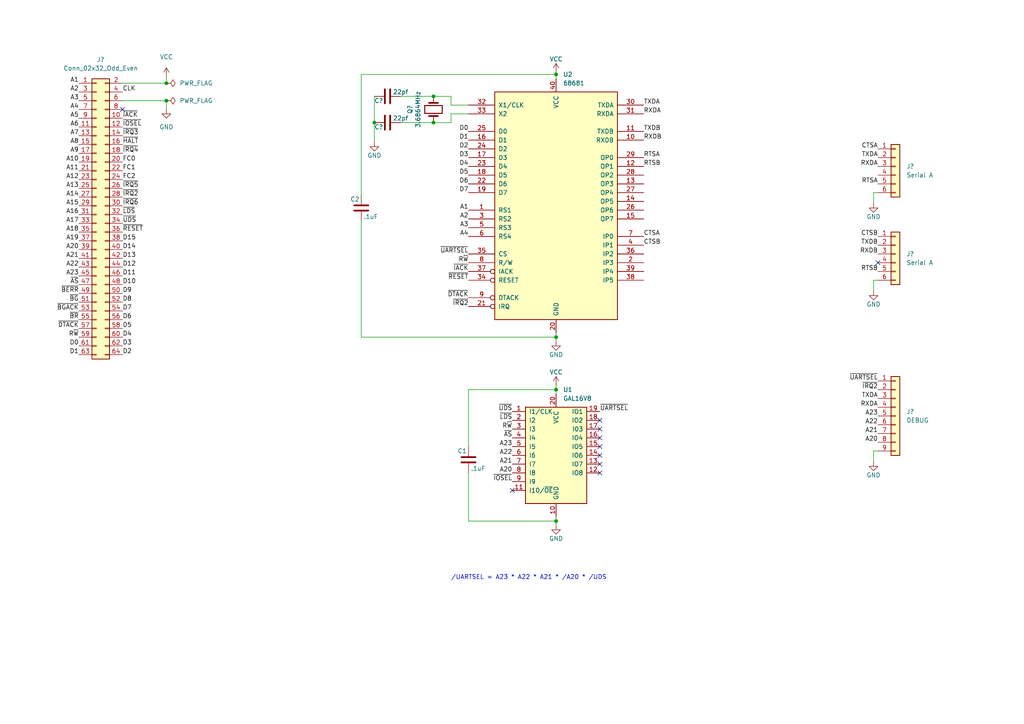
<source format=kicad_sch>
(kicad_sch (version 20211123) (generator eeschema)
  (paper "A4")
  (lib_symbols
    (symbol "Connector_Generic:Conn_01x06" (pin_names (offset 1.016) hide)
      (property "Reference" "J" (at 0 7.62 0))
      (property "Value" "Conn_01x06" (at 0 -10.16 0))
      (symbol "Conn_01x06_1_1"
        (rectangle (start -1.27 -7.493) (end 0 -7.747) (stroke (width 0.1524)))
        (rectangle (start -1.27 -4.953) (end 0 -5.207) (stroke (width 0.1524)))
        (rectangle (start -1.27 -2.413) (end 0 -2.667) (stroke (width 0.1524)))
        (rectangle (start -1.27 0.127) (end 0 -0.127) (stroke (width 0.1524)))
        (rectangle (start -1.27 2.667) (end 0 2.413) (stroke (width 0.1524)))
        (rectangle (start -1.27 5.207) (end 0 4.953) (stroke (width 0.1524)))
        (rectangle (start -1.27 6.35) (end 1.27 -8.89) (stroke (width 0.254)) (fill (type background)))
        (pin passive line (at -5.08 5.08 0) (length 3.81) (name "Pin_1") (number "1"))
        (pin passive line (at -5.08 2.54 0) (length 3.81) (name "Pin_2") (number "2"))
        (pin passive line (at -5.08 0 0) (length 3.81) (name "Pin_3") (number "3"))
        (pin passive line (at -5.08 -2.54 0) (length 3.81) (name "Pin_4") (number "4"))
        (pin passive line (at -5.08 -5.08 0) (length 3.81) (name "Pin_5") (number "5"))
        (pin passive line (at -5.08 -7.62 0) (length 3.81) (name "Pin_6") (number "6"))
      )
    )
    (symbol "Connector_Generic:Conn_01x09" (pin_names (offset 1.016) hide)
      (property "Reference" "J" (at 0 12.7 0))
      (property "Value" "Conn_01x09" (at 0 -12.7 0))
      (symbol "Conn_01x09_1_1"
        (rectangle (start -1.27 -10.033) (end 0 -10.287) (stroke (width 0.1524)))
        (rectangle (start -1.27 -7.493) (end 0 -7.747) (stroke (width 0.1524)))
        (rectangle (start -1.27 -4.953) (end 0 -5.207) (stroke (width 0.1524)))
        (rectangle (start -1.27 -2.413) (end 0 -2.667) (stroke (width 0.1524)))
        (rectangle (start -1.27 0.127) (end 0 -0.127) (stroke (width 0.1524)))
        (rectangle (start -1.27 2.667) (end 0 2.413) (stroke (width 0.1524)))
        (rectangle (start -1.27 5.207) (end 0 4.953) (stroke (width 0.1524)))
        (rectangle (start -1.27 7.747) (end 0 7.493) (stroke (width 0.1524)))
        (rectangle (start -1.27 10.287) (end 0 10.033) (stroke (width 0.1524)))
        (rectangle (start -1.27 11.43) (end 1.27 -11.43) (stroke (width 0.254)) (fill (type background)))
        (pin passive line (at -5.08 10.16 0) (length 3.81) (name "Pin_1") (number "1"))
        (pin passive line (at -5.08 7.62 0) (length 3.81) (name "Pin_2") (number "2"))
        (pin passive line (at -5.08 5.08 0) (length 3.81) (name "Pin_3") (number "3"))
        (pin passive line (at -5.08 2.54 0) (length 3.81) (name "Pin_4") (number "4"))
        (pin passive line (at -5.08 0 0) (length 3.81) (name "Pin_5") (number "5"))
        (pin passive line (at -5.08 -2.54 0) (length 3.81) (name "Pin_6") (number "6"))
        (pin passive line (at -5.08 -5.08 0) (length 3.81) (name "Pin_7") (number "7"))
        (pin passive line (at -5.08 -7.62 0) (length 3.81) (name "Pin_8") (number "8"))
        (pin passive line (at -5.08 -10.16 0) (length 3.81) (name "Pin_9") (number "9"))
      )
    )
    (symbol "Connector_Generic:Conn_02x32_Odd_Even" (pin_names (offset 1.016) hide)
      (property "Reference" "J" (at 1.27 40.64 0))
      (property "Value" "Conn_02x32_Odd_Even" (at 1.27 -43.18 0))
      (symbol "Conn_02x32_Odd_Even_1_1"
        (rectangle (start -1.27 -40.513) (end 0 -40.767) (stroke (width 0.1524)))
        (rectangle (start -1.27 -37.973) (end 0 -38.227) (stroke (width 0.1524)))
        (rectangle (start -1.27 -35.433) (end 0 -35.687) (stroke (width 0.1524)))
        (rectangle (start -1.27 -32.893) (end 0 -33.147) (stroke (width 0.1524)))
        (rectangle (start -1.27 -30.353) (end 0 -30.607) (stroke (width 0.1524)))
        (rectangle (start -1.27 -27.813) (end 0 -28.067) (stroke (width 0.1524)))
        (rectangle (start -1.27 -25.273) (end 0 -25.527) (stroke (width 0.1524)))
        (rectangle (start -1.27 -22.733) (end 0 -22.987) (stroke (width 0.1524)))
        (rectangle (start -1.27 -20.193) (end 0 -20.447) (stroke (width 0.1524)))
        (rectangle (start -1.27 -17.653) (end 0 -17.907) (stroke (width 0.1524)))
        (rectangle (start -1.27 -15.113) (end 0 -15.367) (stroke (width 0.1524)))
        (rectangle (start -1.27 -12.573) (end 0 -12.827) (stroke (width 0.1524)))
        (rectangle (start -1.27 -10.033) (end 0 -10.287) (stroke (width 0.1524)))
        (rectangle (start -1.27 -7.493) (end 0 -7.747) (stroke (width 0.1524)))
        (rectangle (start -1.27 -4.953) (end 0 -5.207) (stroke (width 0.1524)))
        (rectangle (start -1.27 -2.413) (end 0 -2.667) (stroke (width 0.1524)))
        (rectangle (start -1.27 0.127) (end 0 -0.127) (stroke (width 0.1524)))
        (rectangle (start -1.27 2.667) (end 0 2.413) (stroke (width 0.1524)))
        (rectangle (start -1.27 5.207) (end 0 4.953) (stroke (width 0.1524)))
        (rectangle (start -1.27 7.747) (end 0 7.493) (stroke (width 0.1524)))
        (rectangle (start -1.27 10.287) (end 0 10.033) (stroke (width 0.1524)))
        (rectangle (start -1.27 12.827) (end 0 12.573) (stroke (width 0.1524)))
        (rectangle (start -1.27 15.367) (end 0 15.113) (stroke (width 0.1524)))
        (rectangle (start -1.27 17.907) (end 0 17.653) (stroke (width 0.1524)))
        (rectangle (start -1.27 20.447) (end 0 20.193) (stroke (width 0.1524)))
        (rectangle (start -1.27 22.987) (end 0 22.733) (stroke (width 0.1524)))
        (rectangle (start -1.27 25.527) (end 0 25.273) (stroke (width 0.1524)))
        (rectangle (start -1.27 28.067) (end 0 27.813) (stroke (width 0.1524)))
        (rectangle (start -1.27 30.607) (end 0 30.353) (stroke (width 0.1524)))
        (rectangle (start -1.27 33.147) (end 0 32.893) (stroke (width 0.1524)))
        (rectangle (start -1.27 35.687) (end 0 35.433) (stroke (width 0.1524)))
        (rectangle (start -1.27 38.227) (end 0 37.973) (stroke (width 0.1524)))
        (rectangle (start -1.27 39.37) (end 3.81 -41.91) (stroke (width 0.254)) (fill (type background)))
        (rectangle (start 3.81 -40.513) (end 2.54 -40.767) (stroke (width 0.1524)))
        (rectangle (start 3.81 -37.973) (end 2.54 -38.227) (stroke (width 0.1524)))
        (rectangle (start 3.81 -35.433) (end 2.54 -35.687) (stroke (width 0.1524)))
        (rectangle (start 3.81 -32.893) (end 2.54 -33.147) (stroke (width 0.1524)))
        (rectangle (start 3.81 -30.353) (end 2.54 -30.607) (stroke (width 0.1524)))
        (rectangle (start 3.81 -27.813) (end 2.54 -28.067) (stroke (width 0.1524)))
        (rectangle (start 3.81 -25.273) (end 2.54 -25.527) (stroke (width 0.1524)))
        (rectangle (start 3.81 -22.733) (end 2.54 -22.987) (stroke (width 0.1524)))
        (rectangle (start 3.81 -20.193) (end 2.54 -20.447) (stroke (width 0.1524)))
        (rectangle (start 3.81 -17.653) (end 2.54 -17.907) (stroke (width 0.1524)))
        (rectangle (start 3.81 -15.113) (end 2.54 -15.367) (stroke (width 0.1524)))
        (rectangle (start 3.81 -12.573) (end 2.54 -12.827) (stroke (width 0.1524)))
        (rectangle (start 3.81 -10.033) (end 2.54 -10.287) (stroke (width 0.1524)))
        (rectangle (start 3.81 -7.493) (end 2.54 -7.747) (stroke (width 0.1524)))
        (rectangle (start 3.81 -4.953) (end 2.54 -5.207) (stroke (width 0.1524)))
        (rectangle (start 3.81 -2.413) (end 2.54 -2.667) (stroke (width 0.1524)))
        (rectangle (start 3.81 0.127) (end 2.54 -0.127) (stroke (width 0.1524)))
        (rectangle (start 3.81 2.667) (end 2.54 2.413) (stroke (width 0.1524)))
        (rectangle (start 3.81 5.207) (end 2.54 4.953) (stroke (width 0.1524)))
        (rectangle (start 3.81 7.747) (end 2.54 7.493) (stroke (width 0.1524)))
        (rectangle (start 3.81 10.287) (end 2.54 10.033) (stroke (width 0.1524)))
        (rectangle (start 3.81 12.827) (end 2.54 12.573) (stroke (width 0.1524)))
        (rectangle (start 3.81 15.367) (end 2.54 15.113) (stroke (width 0.1524)))
        (rectangle (start 3.81 17.907) (end 2.54 17.653) (stroke (width 0.1524)))
        (rectangle (start 3.81 20.447) (end 2.54 20.193) (stroke (width 0.1524)))
        (rectangle (start 3.81 22.987) (end 2.54 22.733) (stroke (width 0.1524)))
        (rectangle (start 3.81 25.527) (end 2.54 25.273) (stroke (width 0.1524)))
        (rectangle (start 3.81 28.067) (end 2.54 27.813) (stroke (width 0.1524)))
        (rectangle (start 3.81 30.607) (end 2.54 30.353) (stroke (width 0.1524)))
        (rectangle (start 3.81 33.147) (end 2.54 32.893) (stroke (width 0.1524)))
        (rectangle (start 3.81 35.687) (end 2.54 35.433) (stroke (width 0.1524)))
        (rectangle (start 3.81 38.227) (end 2.54 37.973) (stroke (width 0.1524)))
        (pin passive line (at -5.08 38.1 0) (length 3.81) (name "Pin_1") (number "1"))
        (pin passive line (at 7.62 27.94 180) (length 3.81) (name "Pin_10") (number "10"))
        (pin passive line (at -5.08 25.4 0) (length 3.81) (name "Pin_11") (number "11"))
        (pin passive line (at 7.62 25.4 180) (length 3.81) (name "Pin_12") (number "12"))
        (pin passive line (at -5.08 22.86 0) (length 3.81) (name "Pin_13") (number "13"))
        (pin passive line (at 7.62 22.86 180) (length 3.81) (name "Pin_14") (number "14"))
        (pin passive line (at -5.08 20.32 0) (length 3.81) (name "Pin_15") (number "15"))
        (pin passive line (at 7.62 20.32 180) (length 3.81) (name "Pin_16") (number "16"))
        (pin passive line (at -5.08 17.78 0) (length 3.81) (name "Pin_17") (number "17"))
        (pin passive line (at 7.62 17.78 180) (length 3.81) (name "Pin_18") (number "18"))
        (pin passive line (at -5.08 15.24 0) (length 3.81) (name "Pin_19") (number "19"))
        (pin passive line (at 7.62 38.1 180) (length 3.81) (name "Pin_2") (number "2"))
        (pin passive line (at 7.62 15.24 180) (length 3.81) (name "Pin_20") (number "20"))
        (pin passive line (at -5.08 12.7 0) (length 3.81) (name "Pin_21") (number "21"))
        (pin passive line (at 7.62 12.7 180) (length 3.81) (name "Pin_22") (number "22"))
        (pin passive line (at -5.08 10.16 0) (length 3.81) (name "Pin_23") (number "23"))
        (pin passive line (at 7.62 10.16 180) (length 3.81) (name "Pin_24") (number "24"))
        (pin passive line (at -5.08 7.62 0) (length 3.81) (name "Pin_25") (number "25"))
        (pin passive line (at 7.62 7.62 180) (length 3.81) (name "Pin_26") (number "26"))
        (pin passive line (at -5.08 5.08 0) (length 3.81) (name "Pin_27") (number "27"))
        (pin passive line (at 7.62 5.08 180) (length 3.81) (name "Pin_28") (number "28"))
        (pin passive line (at -5.08 2.54 0) (length 3.81) (name "Pin_29") (number "29"))
        (pin passive line (at -5.08 35.56 0) (length 3.81) (name "Pin_3") (number "3"))
        (pin passive line (at 7.62 2.54 180) (length 3.81) (name "Pin_30") (number "30"))
        (pin passive line (at -5.08 0 0) (length 3.81) (name "Pin_31") (number "31"))
        (pin passive line (at 7.62 0 180) (length 3.81) (name "Pin_32") (number "32"))
        (pin passive line (at -5.08 -2.54 0) (length 3.81) (name "Pin_33") (number "33"))
        (pin passive line (at 7.62 -2.54 180) (length 3.81) (name "Pin_34") (number "34"))
        (pin passive line (at -5.08 -5.08 0) (length 3.81) (name "Pin_35") (number "35"))
        (pin passive line (at 7.62 -5.08 180) (length 3.81) (name "Pin_36") (number "36"))
        (pin passive line (at -5.08 -7.62 0) (length 3.81) (name "Pin_37") (number "37"))
        (pin passive line (at 7.62 -7.62 180) (length 3.81) (name "Pin_38") (number "38"))
        (pin passive line (at -5.08 -10.16 0) (length 3.81) (name "Pin_39") (number "39"))
        (pin passive line (at 7.62 35.56 180) (length 3.81) (name "Pin_4") (number "4"))
        (pin passive line (at 7.62 -10.16 180) (length 3.81) (name "Pin_40") (number "40"))
        (pin passive line (at -5.08 -12.7 0) (length 3.81) (name "Pin_41") (number "41"))
        (pin passive line (at 7.62 -12.7 180) (length 3.81) (name "Pin_42") (number "42"))
        (pin passive line (at -5.08 -15.24 0) (length 3.81) (name "Pin_43") (number "43"))
        (pin passive line (at 7.62 -15.24 180) (length 3.81) (name "Pin_44") (number "44"))
        (pin passive line (at -5.08 -17.78 0) (length 3.81) (name "Pin_45") (number "45"))
        (pin passive line (at 7.62 -17.78 180) (length 3.81) (name "Pin_46") (number "46"))
        (pin passive line (at -5.08 -20.32 0) (length 3.81) (name "Pin_47") (number "47"))
        (pin passive line (at 7.62 -20.32 180) (length 3.81) (name "Pin_48") (number "48"))
        (pin passive line (at -5.08 -22.86 0) (length 3.81) (name "Pin_49") (number "49"))
        (pin passive line (at -5.08 33.02 0) (length 3.81) (name "Pin_5") (number "5"))
        (pin passive line (at 7.62 -22.86 180) (length 3.81) (name "Pin_50") (number "50"))
        (pin passive line (at -5.08 -25.4 0) (length 3.81) (name "Pin_51") (number "51"))
        (pin passive line (at 7.62 -25.4 180) (length 3.81) (name "Pin_52") (number "52"))
        (pin passive line (at -5.08 -27.94 0) (length 3.81) (name "Pin_53") (number "53"))
        (pin passive line (at 7.62 -27.94 180) (length 3.81) (name "Pin_54") (number "54"))
        (pin passive line (at -5.08 -30.48 0) (length 3.81) (name "Pin_55") (number "55"))
        (pin passive line (at 7.62 -30.48 180) (length 3.81) (name "Pin_56") (number "56"))
        (pin passive line (at -5.08 -33.02 0) (length 3.81) (name "Pin_57") (number "57"))
        (pin passive line (at 7.62 -33.02 180) (length 3.81) (name "Pin_58") (number "58"))
        (pin passive line (at -5.08 -35.56 0) (length 3.81) (name "Pin_59") (number "59"))
        (pin passive line (at 7.62 33.02 180) (length 3.81) (name "Pin_6") (number "6"))
        (pin passive line (at 7.62 -35.56 180) (length 3.81) (name "Pin_60") (number "60"))
        (pin passive line (at -5.08 -38.1 0) (length 3.81) (name "Pin_61") (number "61"))
        (pin passive line (at 7.62 -38.1 180) (length 3.81) (name "Pin_62") (number "62"))
        (pin passive line (at -5.08 -40.64 0) (length 3.81) (name "Pin_63") (number "63"))
        (pin passive line (at 7.62 -40.64 180) (length 3.81) (name "Pin_64") (number "64"))
        (pin passive line (at -5.08 30.48 0) (length 3.81) (name "Pin_7") (number "7"))
        (pin passive line (at 7.62 30.48 180) (length 3.81) (name "Pin_8") (number "8"))
        (pin passive line (at -5.08 27.94 0) (length 3.81) (name "Pin_9") (number "9"))
      )
    )
    (symbol "Device:C" (pin_numbers hide) (pin_names (offset 0.254))
      (property "Reference" "C" (at 0.635 2.54 0))
      (property "Value" "C" (at 0.635 -2.54 0))
      (symbol "C_0_1"
        (polyline (pts (xy -2.032 -0.762) (xy 2.032 -0.762)) (stroke (width 0.508)))
        (polyline (pts (xy -2.032 0.762) (xy 2.032 0.762)) (stroke (width 0.508)))
      )
      (symbol "C_1_1"
        (pin passive line (at 0 3.81 270) (length 2.794) (name "~") (number "1"))
        (pin passive line (at 0 -3.81 90) (length 2.794) (name "~") (number "2"))
      )
    )
    (symbol "Device:Crystal" (pin_numbers hide) (pin_names (offset 1.016) hide)
      (property "Reference" "Y" (at 0 3.81 0))
      (property "Value" "Crystal" (at 0 -3.81 0))
      (symbol "Crystal_0_1"
        (rectangle (start -1.143 2.54) (end 1.143 -2.54) (stroke (width 0.3048)))
        (polyline (pts (xy -2.54 0) (xy -1.905 0)))
        (polyline (pts (xy -1.905 -1.27) (xy -1.905 1.27)) (stroke (width 0.508)))
        (polyline (pts (xy 1.905 -1.27) (xy 1.905 1.27)) (stroke (width 0.508)))
        (polyline (pts (xy 2.54 0) (xy 1.905 0)))
      )
      (symbol "Crystal_1_1"
        (pin passive line (at -3.81 0 0) (length 1.27) (name "1") (number "1"))
        (pin passive line (at 3.81 0 180) (length 1.27) (name "2") (number "2"))
      )
    )
    (symbol "Interface:68681" (pin_names (offset 1.016))
      (property "Reference" "U" (at 0 3.81 0))
      (property "Value" "68681" (at 0 -2.54 0))
      (symbol "68681_0_1"
        (rectangle (start -17.78 -31.75) (end 17.78 34.29) (stroke (width 0.254)) (fill (type background)))
      )
      (symbol "68681_1_1"
        (pin input line (at -25.4 0 0) (length 7.62) (name "RS1") (number "1"))
        (pin input line (at 25.4 20.32 180) (length 7.62) (name "RXDB") (number "10"))
        (pin output line (at 25.4 22.86 180) (length 7.62) (name "TXDB") (number "11"))
        (pin output line (at 25.4 12.7 180) (length 7.62) (name "OP1") (number "12"))
        (pin output line (at 25.4 7.62 180) (length 7.62) (name "OP3") (number "13"))
        (pin output line (at 25.4 2.54 180) (length 7.62) (name "OP5") (number "14"))
        (pin output line (at 25.4 -2.54 180) (length 7.62) (name "OP7") (number "15"))
        (pin tri_state line (at -25.4 20.32 0) (length 7.62) (name "D1") (number "16"))
        (pin tri_state line (at -25.4 15.24 0) (length 7.62) (name "D3") (number "17"))
        (pin tri_state line (at -25.4 10.16 0) (length 7.62) (name "D5") (number "18"))
        (pin tri_state line (at -25.4 5.08 0) (length 7.62) (name "D7") (number "19"))
        (pin input line (at 25.4 -15.24 180) (length 7.62) (name "IP3") (number "2"))
        (pin power_in line (at 0 -35.56 90) (length 3.81) (name "GND") (number "20"))
        (pin output inverted (at -25.4 -27.94 0) (length 7.62) (name "IRQ") (number "21"))
        (pin tri_state line (at -25.4 7.62 0) (length 7.62) (name "D6") (number "22"))
        (pin tri_state line (at -25.4 12.7 0) (length 7.62) (name "D4") (number "23"))
        (pin tri_state line (at -25.4 17.78 0) (length 7.62) (name "D2") (number "24"))
        (pin tri_state line (at -25.4 22.86 0) (length 7.62) (name "D0") (number "25"))
        (pin output line (at 25.4 0 180) (length 7.62) (name "OP6") (number "26"))
        (pin output line (at 25.4 5.08 180) (length 7.62) (name "OP4") (number "27"))
        (pin output line (at 25.4 10.16 180) (length 7.62) (name "OP2") (number "28"))
        (pin output line (at 25.4 15.24 180) (length 7.62) (name "OP0") (number "29"))
        (pin input line (at -25.4 -2.54 0) (length 7.62) (name "RS2") (number "3"))
        (pin output line (at 25.4 30.48 180) (length 7.62) (name "TXDA") (number "30"))
        (pin input line (at 25.4 27.94 180) (length 7.62) (name "RXDA") (number "31"))
        (pin input line (at -25.4 30.48 0) (length 7.62) (name "X1/CLK") (number "32"))
        (pin input line (at -25.4 27.94 0) (length 7.62) (name "X2") (number "33"))
        (pin input inverted (at -25.4 -20.32 0) (length 7.62) (name "RESET") (number "34"))
        (pin input line (at -25.4 -12.7 0) (length 7.62) (name "CS") (number "35"))
        (pin input line (at 25.4 -12.7 180) (length 7.62) (name "IP2") (number "36"))
        (pin input inverted (at -25.4 -17.78 0) (length 7.62) (name "IACK") (number "37"))
        (pin input line (at 25.4 -20.32 180) (length 7.62) (name "IP5") (number "38"))
        (pin input line (at 25.4 -17.78 180) (length 7.62) (name "IP4") (number "39"))
        (pin input line (at 25.4 -10.16 180) (length 7.62) (name "IP1") (number "4"))
        (pin power_in line (at 0 38.1 270) (length 3.81) (name "VCC") (number "40"))
        (pin input line (at -25.4 -5.08 0) (length 7.62) (name "RS3") (number "5"))
        (pin input line (at -25.4 -7.62 0) (length 7.62) (name "RS4") (number "6"))
        (pin input line (at 25.4 -7.62 180) (length 7.62) (name "IP0") (number "7"))
        (pin input line (at -25.4 -15.24 0) (length 7.62) (name "R/W") (number "8"))
        (pin open_collector inverted (at -25.4 -25.4 0) (length 7.62) (name "DTACK") (number "9"))
      )
    )
    (symbol "Logic_Programmable:GAL16V8" (pin_names (offset 1.016))
      (property "Reference" "U" (at -8.89 16.51 0))
      (property "Value" "GAL16V8" (at 1.27 16.51 0))
      (symbol "GAL16V8_0_0"
        (pin power_in line (at 0 -17.78 90) (length 3.81) (name "GND") (number "10"))
        (pin power_in line (at 0 17.78 270) (length 3.81) (name "VCC") (number "20"))
      )
      (symbol "GAL16V8_0_1"
        (rectangle (start -8.89 13.97) (end 8.89 -13.97) (stroke (width 0.254)) (fill (type background)))
      )
      (symbol "GAL16V8_1_1"
        (pin input line (at -12.7 12.7 0) (length 3.81) (name "I1/CLK") (number "1"))
        (pin input line (at -12.7 -10.16 0) (length 3.81) (name "I10/~{OE}") (number "11"))
        (pin tri_state line (at 12.7 -5.08 180) (length 3.81) (name "IO8") (number "12"))
        (pin tri_state line (at 12.7 -2.54 180) (length 3.81) (name "IO7") (number "13"))
        (pin tri_state line (at 12.7 0 180) (length 3.81) (name "IO6") (number "14"))
        (pin tri_state line (at 12.7 2.54 180) (length 3.81) (name "IO5") (number "15"))
        (pin tri_state line (at 12.7 5.08 180) (length 3.81) (name "IO4") (number "16"))
        (pin tri_state line (at 12.7 7.62 180) (length 3.81) (name "I03") (number "17"))
        (pin tri_state line (at 12.7 10.16 180) (length 3.81) (name "IO2") (number "18"))
        (pin tri_state line (at 12.7 12.7 180) (length 3.81) (name "IO1") (number "19"))
        (pin input line (at -12.7 10.16 0) (length 3.81) (name "I2") (number "2"))
        (pin input line (at -12.7 7.62 0) (length 3.81) (name "I3") (number "3"))
        (pin input line (at -12.7 5.08 0) (length 3.81) (name "I4") (number "4"))
        (pin input line (at -12.7 2.54 0) (length 3.81) (name "I5") (number "5"))
        (pin input line (at -12.7 0 0) (length 3.81) (name "I6") (number "6"))
        (pin input line (at -12.7 -2.54 0) (length 3.81) (name "I7") (number "7"))
        (pin input line (at -12.7 -5.08 0) (length 3.81) (name "I8") (number "8"))
        (pin input line (at -12.7 -7.62 0) (length 3.81) (name "I9") (number "9"))
      )
    )
    (symbol "power:GND" (power) (pin_names (offset 0))
      (property "Value" "GND" (at 0 -3.81 0))
      (symbol "GND_0_1"
        (polyline (pts (xy 0 0) (xy 0 -1.27) (xy 1.27 -1.27) (xy 0 -2.54) (xy -1.27 -1.27) (xy 0 -1.27)))
      )
      (symbol "GND_1_1"
        (pin power_in line (at 0 0 270) (length 0) hide (name "GND") (number "1"))
      )
    )
    (symbol "power:PWR_FLAG" (power) (pin_numbers hide) (pin_names (offset 0) hide)
      (property "Value" "PWR_FLAG" (at 0 3.81 0))
      (symbol "PWR_FLAG_0_0"
        (pin power_out line (at 0 0 90) (length 0) (name "pwr") (number "1"))
      )
      (symbol "PWR_FLAG_0_1"
        (polyline (pts (xy 0 0) (xy 0 1.27) (xy -1.016 1.905) (xy 0 2.54) (xy 1.016 1.905) (xy 0 1.27)))
      )
    )
    (symbol "power:VCC" (power) (pin_names (offset 0))
      (property "Value" "VCC" (at 0 3.81 0))
      (symbol "VCC_0_1"
        (polyline (pts (xy -0.762 1.27) (xy 0 2.54)))
        (polyline (pts (xy 0 0) (xy 0 2.54)))
        (polyline (pts (xy 0 2.54) (xy 0.762 1.27)))
      )
      (symbol "VCC_1_1"
        (pin power_in line (at 0 0 90) (length 0) hide (name "VCC") (number "1"))
      )
    )
  )
  (junction (at 48.26 24.13))
  (junction (at 161.29 97.79))
  (junction (at 125.73 35.56))
  (junction (at 125.73 27.94))
  (junction (at 48.26 29.21))
  (junction (at 108.585 35.56))
  (junction (at 161.29 113.03))
  (junction (at 161.29 151.13))
  (junction (at 161.29 21.59))
  (no_connect (at 173.99 127))
  (no_connect (at 173.99 121.92))
  (no_connect (at 173.99 124.46))
  (no_connect (at 173.99 137.16))
  (no_connect (at 173.99 134.62))
  (no_connect (at 35.56 31.75))
  (no_connect (at 254.635 76.2))
  (no_connect (at 173.99 132.08))
  (no_connect (at 173.99 129.54))
  (no_connect (at 148.59 142.24))
  (wire (pts (xy 161.29 149.86) (xy 161.29 151.13)))
  (wire (pts (xy 254.635 130.81) (xy 253.365 130.81)))
  (wire (pts (xy 253.365 55.88) (xy 253.365 59.055)))
  (wire (pts (xy 135.89 33.02) (xy 130.81 33.02)))
  (wire (pts (xy 253.365 130.81) (xy 253.365 133.985)))
  (wire (pts (xy 35.56 24.13) (xy 48.26 24.13)))
  (wire (pts (xy 35.56 29.21) (xy 48.26 29.21)))
  (wire (pts (xy 161.29 111.76) (xy 161.29 113.03)))
  (wire (pts (xy 125.73 27.94) (xy 116.205 27.94)))
  (wire (pts (xy 130.81 30.48) (xy 135.89 30.48)))
  (wire (pts (xy 125.73 35.56) (xy 116.205 35.56)))
  (wire (pts (xy 48.26 22.225) (xy 48.26 24.13)))
  (wire (pts (xy 104.775 97.79) (xy 161.29 97.79)))
  (wire (pts (xy 161.29 151.13) (xy 161.29 152.4)))
  (wire (pts (xy 135.89 113.03) (xy 135.89 129.54)))
  (wire (pts (xy 161.29 96.52) (xy 161.29 97.79)))
  (wire (pts (xy 161.29 97.79) (xy 161.29 99.06)))
  (wire (pts (xy 108.585 35.56) (xy 108.585 27.94)))
  (wire (pts (xy 253.365 81.28) (xy 253.365 84.455)))
  (wire (pts (xy 161.29 113.03) (xy 161.29 114.3)))
  (wire (pts (xy 104.775 21.59) (xy 161.29 21.59)))
  (wire (pts (xy 130.81 35.56) (xy 125.73 35.56)))
  (wire (pts (xy 48.26 29.21) (xy 48.26 31.75)))
  (wire (pts (xy 135.89 151.13) (xy 161.29 151.13)))
  (wire (pts (xy 104.775 64.135) (xy 104.775 97.79)))
  (wire (pts (xy 130.81 27.94) (xy 130.81 30.48)))
  (wire (pts (xy 125.73 27.94) (xy 130.81 27.94)))
  (wire (pts (xy 135.89 137.16) (xy 135.89 151.13)))
  (wire (pts (xy 130.81 33.02) (xy 130.81 35.56)))
  (wire (pts (xy 254.635 81.28) (xy 253.365 81.28)))
  (wire (pts (xy 161.29 20.955) (xy 161.29 21.59)))
  (wire (pts (xy 161.29 21.59) (xy 161.29 22.86)))
  (wire (pts (xy 104.775 21.59) (xy 104.775 56.515)))
  (wire (pts (xy 135.89 113.03) (xy 161.29 113.03)))
  (wire (pts (xy 108.585 35.56) (xy 108.585 41.275)))
  (wire (pts (xy 254.635 55.88) (xy 253.365 55.88)))
  (text "/UARTSEL = A23 * A22 * A21 * /A20 * /UDS\n" (at 130.81 168.275 0) (effects (font (size 1.27 1.27)) (justify left bottom)))
  (label "A7" (at 22.86 39.37 180))
  (label "FC2" (at 35.56 52.07 0))
  (label "A17" (at 22.86 64.77 180))
  (label "D6" (at 35.56 92.71 0))
  (label "D4" (at 135.89 48.26 180))
  (label "~{IOSEL}" (at 148.59 139.7 180))
  (label "A20" (at 22.86 72.39 180))
  (label "D5" (at 135.89 50.8 180))
  (label "D14" (at 35.56 72.39 0))
  (label "D10" (at 35.56 82.55 0))
  (label "~{DTACK}" (at 135.89 86.36 180))
  (label "A1" (at 22.86 24.13 180))
  (label "CTSB" (at 254.635 68.58 180))
  (label "A18" (at 22.86 67.31 180))
  (label "A14" (at 22.86 57.15 180))
  (label "R~{W}" (at 148.59 124.46 180))
  (label "RXDB" (at 254.635 73.66 180))
  (label "D4" (at 35.56 97.79 0))
  (label "A2" (at 135.89 63.5 180))
  (label "FC0" (at 35.56 46.99 0))
  (label "~{AS}" (at 22.86 82.55 180))
  (label "RTSA" (at 254.635 53.34 180))
  (label "~{IRQ6}" (at 35.56 59.69 0))
  (label "~{IRQ2}" (at 35.56 57.15 0))
  (label "A6" (at 22.86 36.83 180))
  (label "~{IACK}" (at 135.89 78.74 180))
  (label "A15" (at 22.86 59.69 180))
  (label "D13" (at 35.56 74.93 0))
  (label "~{LDS}" (at 35.56 62.23 0))
  (label "D1" (at 22.86 102.87 180))
  (label "CTSA" (at 254.635 43.18 180))
  (label "RTSB" (at 186.69 48.26 0))
  (label "~{UDS}" (at 35.56 64.77 0))
  (label "~{BR}" (at 22.86 92.71 180))
  (label "A8" (at 22.86 41.91 180))
  (label "~{DTACK}" (at 22.86 95.25 180))
  (label "D2" (at 135.89 43.18 180))
  (label "D0" (at 135.89 38.1 180))
  (label "CTSB" (at 186.69 71.12 0))
  (label "~{BGACK}" (at 22.86 90.17 180))
  (label "~{AS}" (at 148.59 127 180))
  (label "~{LDS}" (at 148.59 121.92 180))
  (label "~{IACK}" (at 35.56 34.29 0))
  (label "~{UARTSEL}" (at 135.89 73.66 180))
  (label "~{HALT}" (at 35.56 41.91 0))
  (label "~{IRQ5}" (at 35.56 54.61 0))
  (label "A23" (at 254.635 120.65 180))
  (label "D12" (at 35.56 77.47 0))
  (label "~{UARTSEL}" (at 173.99 119.38 0))
  (label "A21" (at 148.59 134.62 180))
  (label "R~{W}" (at 22.86 97.79 180))
  (label "D5" (at 35.56 95.25 0))
  (label "A12" (at 22.86 52.07 180))
  (label "RXDB" (at 186.69 40.64 0))
  (label "TXDA" (at 254.635 45.72 180))
  (label "A20" (at 148.59 137.16 180))
  (label "A4" (at 22.86 31.75 180))
  (label "~{RESET}" (at 35.56 67.31 0))
  (label "D15" (at 35.56 69.85 0))
  (label "A13" (at 22.86 54.61 180))
  (label "~{BG}" (at 22.86 87.63 180))
  (label "A16" (at 22.86 62.23 180))
  (label "D6" (at 135.89 53.34 180))
  (label "A22" (at 254.635 123.19 180))
  (label "TXDB" (at 186.69 38.1 0))
  (label "~{IRQ2}" (at 254.635 113.03 180))
  (label "A23" (at 22.86 80.01 180))
  (label "D1" (at 135.89 40.64 180))
  (label "CTSA" (at 186.69 68.58 0))
  (label "A21" (at 254.635 125.73 180))
  (label "A3" (at 22.86 29.21 180))
  (label "~{IOSEL}" (at 35.56 36.83 0))
  (label "D7" (at 35.56 90.17 0))
  (label "~{IRQ2}" (at 135.89 88.9 180))
  (label "TXDA" (at 186.69 30.48 0))
  (label "R~{W}" (at 135.89 76.2 180))
  (label "A4" (at 135.89 68.58 180))
  (label "D9" (at 35.56 85.09 0))
  (label "RXDA" (at 254.635 48.26 180))
  (label "A22" (at 22.86 77.47 180))
  (label "~{UDS}" (at 148.59 119.38 180))
  (label "A22" (at 148.59 132.08 180))
  (label "~{IRQ4}" (at 35.56 44.45 0))
  (label "RXDA" (at 254.635 118.11 180))
  (label "D11" (at 35.56 80.01 0))
  (label "A1" (at 135.89 60.96 180))
  (label "~{IRQ3}" (at 35.56 39.37 0))
  (label "D7" (at 135.89 55.88 180))
  (label "D0" (at 22.86 100.33 180))
  (label "D3" (at 35.56 100.33 0))
  (label "A2" (at 22.86 26.67 180))
  (label "A11" (at 22.86 49.53 180))
  (label "~{UARTSEL}" (at 254.635 110.49 180))
  (label "~{RESET}" (at 135.89 81.28 180))
  (label "A10" (at 22.86 46.99 180))
  (label "RXDA" (at 186.69 33.02 0))
  (label "RTSB" (at 254.635 78.74 180))
  (label "D2" (at 35.56 102.87 0))
  (label "A20" (at 254.635 128.27 180))
  (label "TXDA" (at 254.635 115.57 180))
  (label "D8" (at 35.56 87.63 0))
  (label "A3" (at 135.89 66.04 180))
  (label "CLK" (at 35.56 26.67 0))
  (label "TXDB" (at 254.635 71.12 180))
  (label "A19" (at 22.86 69.85 180))
  (label "A9" (at 22.86 44.45 180))
  (label "RTSA" (at 186.69 45.72 0))
  (label "D3" (at 135.89 45.72 180))
  (label "FC1" (at 35.56 49.53 0))
  (label "~{BERR}" (at 22.86 85.09 180))
  (label "A23" (at 148.59 129.54 180))
  (label "A21" (at 22.86 74.93 180))
  (label "A5" (at 22.86 34.29 180))
  (symbol (lib_id "Logic_Programmable:GAL16V8") (at 161.29 132.08 0) (unit 1)
    (property "Reference" "U1" (at 163.3094 113.03 0) (effects (justify left)))
    (property "Value" "GAL16V8" (at 163.3094 115.57 0) (effects (justify left)))
    (property "Footprint" "Package_DIP:DIP-20_W7.62mm_Socket_LongPads" (effects hide))
  )
  (symbol (lib_id "power:PWR_FLAG") (at 48.26 29.21 270) (unit 1)
    (property "Reference" "#FLG?" (effects hide))
    (property "Value" "PWR_FLAG" (at 52.07 29.2099 90) (effects (justify left)))
  )
  (symbol (lib_id "Device:C") (at 112.395 27.94 270) (unit 1)
    (property "Reference" "C?" (at 109.855 29.21 90))
    (property "Value" "22pf" (at 116.205 26.67 90))
  )
  (symbol (lib_id "Connector_Generic:Conn_01x06") (at 259.715 73.66 0) (unit 1)
    (property "Reference" "J?" (at 262.89 73.6599 0) (effects (justify left)))
    (property "Value" "Serial A" (at 262.89 76.1999 0) (effects (justify left)))
  )
  (symbol (lib_id "Connector_Generic:Conn_01x09") (at 259.715 120.65 0) (unit 1)
    (property "Reference" "J?" (at 262.89 119.3799 0) (effects (justify left)))
    (property "Value" "DEBUG" (at 262.89 121.9199 0) (effects (justify left)))
  )
  (symbol (lib_id "Device:C") (at 112.395 35.56 270) (unit 1)
    (property "Reference" "C?" (at 109.855 36.83 90))
    (property "Value" "22pf" (at 116.205 34.29 90))
  )
  (symbol (lib_id "power:GND") (at 108.585 41.275 0) (unit 1)
    (property "Reference" "#PWR?" (effects hide))
    (property "Value" "GND" (at 108.585 45.085 0))
  )
  (symbol (lib_id "Device:Crystal") (at 125.73 31.75 90) (unit 1)
    (property "Reference" "Q?" (at 118.9228 31.75 0))
    (property "Value" "3.6864MHz" (at 121.2342 31.75 0))
    (property "Footprint" "Crystal:Crystal_HC49-4H_Vertical" (effects hide))
  )
  (symbol (lib_id "power:VCC") (at 161.29 20.955 0) (unit 1)
    (property "Reference" "#PWR0105" (effects hide))
    (property "Value" "VCC" (at 161.29 17.145 0))
  )
  (symbol (lib_id "Connector_Generic:Conn_01x06") (at 259.715 48.26 0) (unit 1)
    (property "Reference" "J?" (at 262.89 48.2599 0) (effects (justify left)))
    (property "Value" "Serial A" (at 262.89 50.7999 0) (effects (justify left)))
  )
  (symbol (lib_id "power:GND") (at 253.365 84.455 0) (unit 1)
    (property "Reference" "#PWR?" (effects hide))
    (property "Value" "GND" (at 253.365 88.265 0))
  )
  (symbol (lib_id "power:PWR_FLAG") (at 48.26 24.13 270) (unit 1)
    (property "Reference" "#FLG?" (effects hide))
    (property "Value" "PWR_FLAG" (at 52.07 24.1299 90) (effects (justify left)))
  )
  (symbol (lib_id "power:VCC") (at 48.26 22.225 0) (unit 1)
    (property "Reference" "#PWR?" (effects hide))
    (property "Value" "VCC" (at 48.26 16.51 0))
  )
  (symbol (lib_id "power:GND") (at 253.365 59.055 0) (unit 1)
    (property "Reference" "#PWR?" (effects hide))
    (property "Value" "GND" (at 253.365 62.865 0))
  )
  (symbol (lib_id "Interface:68681") (at 161.29 60.96 0) (unit 1)
    (property "Reference" "U2" (at 163.3094 21.59 0) (effects (justify left)))
    (property "Value" "68681" (at 163.3094 24.13 0) (effects (justify left)))
    (property "Footprint" "Package_DIP:DIP-40_W15.24mm_Socket_LongPads" (effects hide))
  )
  (symbol (lib_id "power:GND") (at 48.26 31.75 0) (unit 1)
    (property "Reference" "#PWR?" (effects hide))
    (property "Value" "GND" (at 48.26 36.83 0))
  )
  (symbol (lib_id "power:GND") (at 161.29 99.06 0) (unit 1)
    (property "Reference" "#PWR0106" (effects hide))
    (property "Value" "GND" (at 161.29 102.87 0))
  )
  (symbol (lib_id "Device:C") (at 135.89 133.35 0) (unit 1)
    (property "Reference" "C1" (at 132.715 130.81 0) (effects (justify left)))
    (property "Value" ".1uF" (at 136.525 135.89 0) (effects (justify left)))
    (property "Footprint" "Capacitor_THT:C_Disc_D3.4mm_W2.1mm_P2.50mm" (effects hide))
  )
  (symbol (lib_id "Device:C") (at 104.775 60.325 0) (unit 1)
    (property "Reference" "C2" (at 101.6 57.785 0) (effects (justify left)))
    (property "Value" ".1uF" (at 105.41 62.865 0) (effects (justify left)))
    (property "Footprint" "Capacitor_THT:C_Disc_D3.4mm_W2.1mm_P2.50mm" (effects hide))
  )
  (symbol (lib_id "Connector_Generic:Conn_02x32_Odd_Even") (at 27.94 62.23 0) (unit 1)
    (property "Reference" "J?" (at 29.21 17.272 0))
    (property "Value" "Conn_02x32_Odd_Even" (at 29.21 19.812 0))
    (property "Footprint" "Connector_PinHeader_2.54mm:PinHeader_2x32_P2.54mm_Horizontal" (effects hide))
  )
  (symbol (lib_id "power:GND") (at 161.29 152.4 0) (unit 1)
    (property "Reference" "#PWR0102" (effects hide))
    (property "Value" "GND" (at 161.29 156.21 0))
  )
  (symbol (lib_id "power:VCC") (at 161.29 111.76 0) (unit 1)
    (property "Reference" "#PWR0101" (effects hide))
    (property "Value" "VCC" (at 161.29 107.95 0))
  )
  (symbol (lib_id "power:GND") (at 253.365 133.985 0) (unit 1)
    (property "Reference" "#PWR?" (effects hide))
    (property "Value" "GND" (at 253.365 137.795 0))
  )
)
</source>
